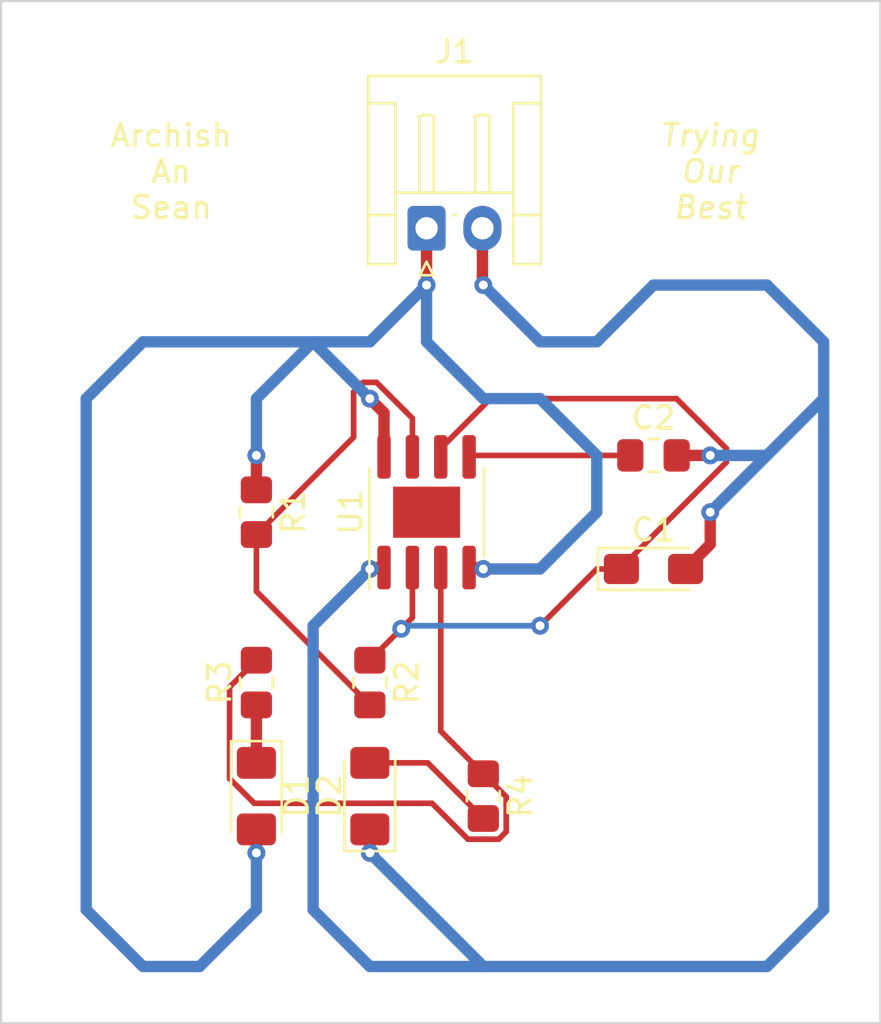
<source format=kicad_pcb>
(kicad_pcb (version 20211014) (generator pcbnew)
  (layers (0 "F.Cu" signal) (31 "B.Cu" signal) (34 "B.Paste" user) (35 "F.Paste" user) (36 "B.SilkS" user "B.Silkscreen") (37 "F.SilkS" user "F.Silkscreen") (38 "B.Mask" user) (39 "F.Mask" user) (44 "Edge.Cuts" user))
  (net 0 "")
  (net 1 "/pin_2")
  (net 2 "GND")
  (net 3 "Net-(C2-Pad1)")
  (net 4 "Net-(D1-Pad1)")
  (net 5 "+9V")
  (net 6 "Net-(D2-Pad2)")
  (net 7 "/pin_7")
  (net 8 "/pin_3")
  (footprint "Resistor_SMD:R_0805_2012Metric_Pad1.20x1.40mm_HandSolder" (layer "F.Cu") (at 78.74 106.68 -90)
    (fp_text reference "R4" (at 0 -1.65 90) (layer "F.SilkS"))
    (fp_text value "1k")
    (fp_line (start -0.227064 -0.735) (end 0.227064 -0.735) (layer "F.SilkS") (width 0.12))
    (fp_line (start -0.227064 0.735) (end 0.227064 0.735) (layer "F.SilkS") (width 0.12))
    (pad "1" smd roundrect (at -1 0 270) (size 1.2 1.4) (layers "F.Cu" "F.Paste" "F.Mask") (roundrect_rratio 0.2083333333) (net 8 "/pin_3"))
    (pad "2" smd roundrect (at 1 0 270) (size 1.2 1.4) (layers "F.Cu" "F.Paste" "F.Mask") (roundrect_rratio 0.2083333333) (net 6 "Net-(D2-Pad2)"))
  )
  (footprint "Resistor_SMD:R_0805_2012Metric_Pad1.20x1.40mm_HandSolder" (layer "F.Cu") (at 68.58 93.98 -90)
    (fp_text reference "R1" (at 0 -1.65 90) (layer "F.SilkS"))
    (fp_text value "1k")
    (fp_line (start -0.227064 -0.735) (end 0.227064 -0.735) (layer "F.SilkS") (width 0.12))
    (fp_line (start -0.227064 0.735) (end 0.227064 0.735) (layer "F.SilkS") (width 0.12))
    (pad "1" smd roundrect (at -1 0 270) (size 1.2 1.4) (layers "F.Cu" "F.Paste" "F.Mask") (roundrect_rratio 0.2083333333) (net 5 "+9V"))
    (pad "2" smd roundrect (at 1 0 270) (size 1.2 1.4) (layers "F.Cu" "F.Paste" "F.Mask") (roundrect_rratio 0.2083333333) (net 7 "/pin_7"))
  )
  (footprint "Connector_JST:JST_EH_S2B-EH_1x02_P2.50mm_Horizontal" (layer "F.Cu") (at 76.2 81.28)
    (fp_text reference "J1" (at 1.25 -7.9) (layer "F.SilkS"))
    (fp_text value "Conn_01x02_Male")
    (fp_line (start 1.17 -0.59) (end 1.33 -0.59) (layer "F.SilkS") (width 0.12))
    (fp_line (start 0 -5.09) (end 0.32 -5.01) (layer "F.SilkS") (width 0.12))
    (fp_line (start 0.3 2.1) (end 0 1.5) (layer "F.SilkS") (width 0.12))
    (fp_line (start -2.61 -6.81) (end 5.11 -6.81) (layer "F.SilkS") (width 0.12))
    (fp_line (start -2.61 -5.59) (end -1.39 -5.59) (layer "F.SilkS") (width 0.12))
    (fp_line (start -0.32 -1.59) (end -0.32 -5.01) (layer "F.SilkS") (width 0.12))
    (fp_line (start -1.39 -0.59) (end -1.39 1.61) (layer "F.SilkS") (width 0.12))
    (fp_line (start 5.11 -6.81) (end 5.11 1.61) (layer "F.SilkS") (width 0.12))
    (fp_line (start 2.82 -5.01) (end 2.82 -1.59) (layer "F.SilkS") (width 0.12))
    (fp_line (start -1.39 -5.59) (end -1.39 -0.59) (layer "F.SilkS") (width 0.12))
    (fp_line (start -2.61 1.61) (end -2.61 -6.81) (layer "F.SilkS") (width 0.12))
    (fp_line (start 5.11 -5.59) (end 3.89 -5.59) (layer "F.SilkS") (width 0.12))
    (fp_line (start 2.18 -1.59) (end 2.18 -5.01) (layer "F.SilkS") (width 0.12))
    (fp_line (start 2.82 -1.59) (end 2.5 -1.59) (layer "F.SilkS") (width 0.12))
    (fp_line (start 0 1.5) (end -0.3 2.1) (layer "F.SilkS") (width 0.12))
    (fp_line (start 0.32 -1.59) (end 0 -1.59) (layer "F.SilkS") (width 0.12))
    (fp_line (start -0.32 -5.01) (end 0 -5.09) (layer "F.SilkS") (width 0.12))
    (fp_line (start 0 -1.59) (end -0.32 -1.59) (layer "F.SilkS") (width 0.12))
    (fp_line (start 3.89 -0.59) (end 5.11 -0.59) (layer "F.SilkS") (width 0.12))
    (fp_line (start -1.39 -0.59) (end -2.61 -0.59) (layer "F.SilkS") (width 0.12))
    (fp_line (start -0.3 2.1) (end 0.3 2.1) (layer "F.SilkS") (width 0.12))
    (fp_line (start -1.39 1.61) (end -2.61 1.61) (layer "F.SilkS") (width 0.12))
    (fp_line (start 5.11 1.61) (end 3.89 1.61) (layer "F.SilkS") (width 0.12))
    (fp_line (start 2.5 -5.09) (end 2.82 -5.01) (layer "F.SilkS") (width 0.12))
    (fp_line (start 3.89 -5.59) (end 3.89 -0.59) (layer "F.SilkS") (width 0.12))
    (fp_line (start 2.5 -1.59) (end 2.18 -1.59) (layer "F.SilkS") (width 0.12))
    (fp_line (start -1.39 -1.59) (end 3.89 -1.59) (layer "F.SilkS") (width 0.12))
    (fp_line (start 0.32 -5.01) (end 0.32 -1.59) (layer "F.SilkS") (width 0.12))
    (fp_line (start 2.18 -5.01) (end 2.5 -5.09) (layer "F.SilkS") (width 0.12))
    (fp_line (start 3.89 1.61) (end 3.89 -0.59) (layer "F.SilkS") (width 0.12))
    (pad "1" thru_hole roundrect (at 0 0) (size 1.7 2) (drill 1) (layers *.Cu *.Mask) (roundrect_rratio 0.1470588235) (net 5 "+9V"))
    (pad "2" thru_hole oval (at 2.5 0) (size 1.7 2) (drill 1) (layers *.Cu *.Mask) (net 2 "GND"))
  )
  (footprint "Capacitor_SMD:C_0805_2012Metric_Pad1.18x1.45mm_HandSolder" (layer "F.Cu") (at 86.36 91.44)
    (fp_text reference "C2" (at 0 -1.68) (layer "F.SilkS"))
    (fp_text value "0.01µF")
    (fp_line (start -0.261252 0.735) (end 0.261252 0.735) (layer "F.SilkS") (width 0.12))
    (fp_line (start -0.261252 -0.735) (end 0.261252 -0.735) (layer "F.SilkS") (width 0.12))
    (pad "1" smd roundrect (at -1.0375 0) (size 1.175 1.45) (layers "F.Cu" "F.Paste" "F.Mask") (roundrect_rratio 0.2127659574) (net 3 "Net-(C2-Pad1)"))
    (pad "2" smd roundrect (at 1.0375 0) (size 1.175 1.45) (layers "F.Cu" "F.Paste" "F.Mask") (roundrect_rratio 0.2127659574) (net 2 "GND"))
  )
  (footprint "LED_SMD:LED_1206_3216Metric_Pad1.42x1.75mm_HandSolder" (layer "F.Cu") (at 73.66 106.68 90)
    (fp_text reference "D2" (at 0 -1.82 90) (layer "F.SilkS"))
    (fp_text value "LED")
    (fp_line (start -2.46 -1.135) (end -2.46 1.135) (layer "F.SilkS") (width 0.12))
    (fp_line (start 1.6 -1.135) (end -2.46 -1.135) (layer "F.SilkS") (width 0.12))
    (fp_line (start -2.46 1.135) (end 1.6 1.135) (layer "F.SilkS") (width 0.12))
    (pad "1" smd roundrect (at -1.4875 0 90) (size 1.425 1.75) (layers "F.Cu" "F.Paste" "F.Mask") (roundrect_rratio 0.1754392982) (net 2 "GND"))
    (pad "2" smd roundrect (at 1.4875 0 90) (size 1.425 1.75) (layers "F.Cu" "F.Paste" "F.Mask") (roundrect_rratio 0.1754392982) (net 6 "Net-(D2-Pad2)"))
  )
  (footprint "Package_SO:SOIC-8-1EP_3.9x4.9mm_P1.27mm_EP2.29x3mm" (layer "F.Cu") (at 76.2 93.98 90)
    (fp_text reference "U1" (at 0 -3.4 90) (layer "F.SilkS"))
    (fp_text value "NE555D")
    (fp_line (start 0 2.56) (end -1.95 2.56) (layer "F.SilkS") (width 0.12))
    (fp_line (start 0 -2.56) (end 1.95 -2.56) (layer "F.SilkS") (width 0.12))
    (fp_line (start 0 -2.56) (end -3.45 -2.56) (layer "F.SilkS") (width 0.12))
    (fp_line (start 0 2.56) (end 1.95 2.56) (layer "F.SilkS") (width 0.12))
    (pad "1" smd roundrect (at -2.475 -1.905 90) (size 1.95 0.6) (layers "F.Cu" "F.Paste" "F.Mask") (net 2 "GND"))
    (pad "2" smd roundrect (at -2.475 -0.635 90) (size 1.95 0.6) (layers "F.Cu" "F.Paste" "F.Mask") (net 1 "/pin_2"))
    (pad "3" smd roundrect (at -2.475 0.635 90) (size 1.95 0.6) (layers "F.Cu" "F.Paste" "F.Mask") (net 8 "/pin_3"))
    (pad "4" smd roundrect (at -2.475 1.905 90) (size 1.95 0.6) (layers "F.Cu" "F.Paste" "F.Mask") (net 5 "+9V"))
    (pad "5" smd roundrect (at 2.475 1.905 90) (size 1.95 0.6) (layers "F.Cu" "F.Paste" "F.Mask") (net 3 "Net-(C2-Pad1)"))
    (pad "6" smd roundrect (at 2.475 0.635 90) (size 1.95 0.6) (layers "F.Cu" "F.Paste" "F.Mask") (net 1 "/pin_2"))
    (pad "7" smd roundrect (at 2.475 -0.635 90) (size 1.95 0.6) (layers "F.Cu" "F.Paste" "F.Mask") (net 7 "/pin_7"))
    (pad "8" smd roundrect (at 2.475 -1.905 90) (size 1.95 0.6) (layers "F.Cu" "F.Paste" "F.Mask") (net 5 "+9V"))
    (pad "9" smd rect (at 0 0 90) (size 2.29 3) (layers "F.Cu" "F.Mask"))
  )
  (footprint "LED_SMD:LED_1206_3216Metric_Pad1.42x1.75mm_HandSolder" (layer "F.Cu") (at 68.58 106.68 -90)
    (fp_text reference "D1" (at 0 -1.82 90) (layer "F.SilkS"))
    (fp_text value "LED")
    (fp_line (start 1.6 -1.135) (end -2.46 -1.135) (layer "F.SilkS") (width 0.12))
    (fp_line (start -2.46 -1.135) (end -2.46 1.135) (layer "F.SilkS") (width 0.12))
    (fp_line (start -2.46 1.135) (end 1.6 1.135) (layer "F.SilkS") (width 0.12))
    (pad "1" smd roundrect (at -1.4875 0 270) (size 1.425 1.75) (layers "F.Cu" "F.Paste" "F.Mask") (roundrect_rratio 0.1754392982) (net 4 "Net-(D1-Pad1)"))
    (pad "2" smd roundrect (at 1.4875 0 270) (size 1.425 1.75) (layers "F.Cu" "F.Paste" "F.Mask") (roundrect_rratio 0.1754392982) (net 5 "+9V"))
  )
  (footprint "Resistor_SMD:R_0805_2012Metric_Pad1.20x1.40mm_HandSolder" (layer "F.Cu") (at 68.58 101.6 90)
    (fp_text reference "R3" (at 0 -1.65 90) (layer "F.SilkS"))
    (fp_text value "1k")
    (fp_line (start -0.227064 0.735) (end 0.227064 0.735) (layer "F.SilkS") (width 0.12))
    (fp_line (start -0.227064 -0.735) (end 0.227064 -0.735) (layer "F.SilkS") (width 0.12))
    (pad "1" smd roundrect (at -1 0 90) (size 1.2 1.4) (layers "F.Cu" "F.Paste" "F.Mask") (roundrect_rratio 0.2083333333) (net 4 "Net-(D1-Pad1)"))
    (pad "2" smd roundrect (at 1 0 90) (size 1.2 1.4) (layers "F.Cu" "F.Paste" "F.Mask") (roundrect_rratio 0.2083333333) (net 8 "/pin_3"))
  )
  (footprint "Resistor_SMD:R_0805_2012Metric_Pad1.20x1.40mm_HandSolder" (layer "F.Cu") (at 73.66 101.6 -90)
    (fp_text reference "R2" (at 0 -1.65 90) (layer "F.SilkS"))
    (fp_text value "10k")
    (fp_line (start -0.227064 -0.735) (end 0.227064 -0.735) (layer "F.SilkS") (width 0.12))
    (fp_line (start -0.227064 0.735) (end 0.227064 0.735) (layer "F.SilkS") (width 0.12))
    (pad "1" smd roundrect (at -1 0 270) (size 1.2 1.4) (layers "F.Cu" "F.Paste" "F.Mask") (roundrect_rratio 0.2083333333) (net 1 "/pin_2"))
    (pad "2" smd roundrect (at 1 0 270) (size 1.2 1.4) (layers "F.Cu" "F.Paste" "F.Mask") (roundrect_rratio 0.2083333333) (net 7 "/pin_7"))
  )
  (footprint "Capacitor_Tantalum_SMD:CP_EIA-3216-18_Kemet-A_Pad1.58x1.35mm_HandSolder" (layer "F.Cu") (at 86.36 96.52)
    (fp_text reference "C1" (at 0 -1.75) (layer "F.SilkS"))
    (fp_text value "10µF")
    (fp_line (start -2.485 0.935) (end 1.6 0.935) (layer "F.SilkS") (width 0.12))
    (fp_line (start -2.485 -0.935) (end -2.485 0.935) (layer "F.SilkS") (width 0.12))
    (fp_line (start 1.6 -0.935) (end -2.485 -0.935) (layer "F.SilkS") (width 0.12))
    (pad "1" smd roundrect (at -1.4375 0) (size 1.575 1.35) (layers "F.Cu" "F.Paste" "F.Mask") (roundrect_rratio 0.1851851852) (net 1 "/pin_2"))
    (pad "2" smd roundrect (at 1.4375 0) (size 1.575 1.35) (layers "F.Cu" "F.Paste" "F.Mask") (roundrect_rratio 0.1851851852) (net 2 "GND"))
  )
  (gr_rect (start 96.52 116.84) (end 57.15 71.12) (layer "Edge.Cuts") (width 0.1) (fill none))
  (gr_text "Archish\nAn\nSean" (at 64.77 78.74) (layer "F.SilkS") (effects (font (size 1 1))))
  (gr_text "Trying\nOur\nBest" (at 88.9 78.74) (layer "F.SilkS") (effects (font (size 1 1) (thickness 0.15) italic)))
  (segment (start 84.9225 96.52) (end 83.82 96.52) (width 0.254) (layer "F.Cu") (net 1))
  (segment (start 89.626511 91.139068) (end 89.626511 91.740932) (width 0.254) (layer "F.Cu") (net 1))
  (segment (start 84.9225 96.444943) (end 84.9225 96.52) (width 0.254) (layer "F.Cu") (net 1))
  (segment (start 73.66 100.6) (end 75.065 99.195) (width 0.254) (layer "F.Cu") (net 1))
  (segment (start 76.835 91.126099) (end 79.061099 88.9) (width 0.254) (layer "F.Cu") (net 1))
  (segment (start 87.387443 88.9) (end 89.626511 91.139068) (width 0.254) (layer "F.Cu") (net 1))
  (segment (start 75.565 98.695) (end 75.565 96.455) (width 0.254) (layer "F.Cu") (net 1))
  (segment (start 89.626511 91.740932) (end 84.9225 96.444943) (width 0.254) (layer "F.Cu") (net 1))
  (segment (start 79.061099 88.9) (end 87.387443 88.9) (width 0.254) (layer "F.Cu") (net 1))
  (segment (start 75.065 99.195) (end 75.565 98.695) (width 0.254) (layer "F.Cu") (net 1))
  (segment (start 83.82 96.52) (end 81.28 99.06) (width 0.254) (layer "F.Cu") (net 1))
  (segment (start 76.835 91.505) (end 76.835 91.126099) (width 0.254) (layer "F.Cu") (net 1))
  (via (at 75.065 99.195) (size 0.8) (drill 0.4) (layers "F.Cu" "B.Cu") (net 1))
  (via (at 81.28 99.06) (size 0.8) (drill 0.4) (layers "F.Cu" "B.Cu") (net 1))
  (segment (start 75.2 99.06) (end 75.065 99.195) (width 0.254) (layer "B.Cu") (net 1))
  (segment (start 81.28 99.06) (end 75.2 99.06) (width 0.254) (layer "B.Cu") (net 1))
  (segment (start 73.725 96.455) (end 73.66 96.52) (width 0.508) (layer "F.Cu") (net 2))
  (segment (start 78.7 83.78) (end 78.74 83.82) (width 0.508) (layer "F.Cu") (net 2))
  (segment (start 87.3975 91.44) (end 88.9 91.44) (width 0.508) (layer "F.Cu") (net 2))
  (segment (start 78.7 81.28) (end 78.7 83.78) (width 0.508) (layer "F.Cu") (net 2))
  (segment (start 88.9 95.4175) (end 87.7975 96.52) (width 0.508) (layer "F.Cu") (net 2))
  (segment (start 73.66 108.1675) (end 73.66 109.22) (width 0.508) (layer "F.Cu") (net 2))
  (segment (start 88.9 93.98) (end 88.9 95.4175) (width 0.508) (layer "F.Cu") (net 2))
  (segment (start 74.295 96.455) (end 73.725 96.455) (width 0.508) (layer "F.Cu") (net 2))
  (via (at 78.74 83.82) (size 0.8) (drill 0.4) (layers "F.Cu" "B.Cu") (net 2))
  (via (at 88.9 91.44) (size 0.8) (drill 0.4) (layers "F.Cu" "B.Cu") (net 2))
  (via (at 73.66 109.22) (size 0.8) (drill 0.4) (layers "F.Cu" "B.Cu") (net 2))
  (via (at 73.66 96.52) (size 0.8) (drill 0.4) (layers "F.Cu" "B.Cu") (net 2))
  (via (at 88.9 93.98) (size 0.8) (drill 0.4) (layers "F.Cu" "B.Cu") (net 2))
  (segment (start 88.9 91.44) (end 91.44 91.44) (width 0.508) (layer "B.Cu") (net 2))
  (segment (start 93.98 111.76) (end 93.98 88.9) (width 0.508) (layer "B.Cu") (net 2))
  (segment (start 73.66 109.22) (end 78.74 114.3) (width 0.508) (layer "B.Cu") (net 2))
  (segment (start 71.12 111.76) (end 73.66 114.3) (width 0.508) (layer "B.Cu") (net 2))
  (segment (start 88.9 93.98) (end 91.44 91.44) (width 0.508) (layer "B.Cu") (net 2))
  (segment (start 73.66 96.52) (end 71.12 99.06) (width 0.508) (layer "B.Cu") (net 2))
  (segment (start 93.98 88.9) (end 93.98 86.36) (width 0.508) (layer "B.Cu") (net 2))
  (segment (start 71.12 99.06) (end 71.12 111.76) (width 0.508) (layer "B.Cu") (net 2))
  (segment (start 86.36 83.82) (end 83.82 86.36) (width 0.508) (layer "B.Cu") (net 2))
  (segment (start 91.44 91.44) (end 93.98 88.9) (width 0.508) (layer "B.Cu") (net 2))
  (segment (start 93.98 86.36) (end 91.44 83.82) (width 0.508) (layer "B.Cu") (net 2))
  (segment (start 81.28 86.36) (end 78.74 83.82) (width 0.508) (layer "B.Cu") (net 2))
  (segment (start 73.66 114.3) (end 91.44 114.3) (width 0.508) (layer "B.Cu") (net 2))
  (segment (start 83.82 86.36) (end 81.28 86.36) (width 0.508) (layer "B.Cu") (net 2))
  (segment (start 91.44 114.3) (end 93.98 111.76) (width 0.508) (layer "B.Cu") (net 2))
  (segment (start 91.44 83.82) (end 86.36 83.82) (width 0.508) (layer "B.Cu") (net 2))
  (segment (start 78.17 91.44) (end 78.105 91.505) (width 0.254) (layer "F.Cu") (net 3))
  (segment (start 85.3225 91.44) (end 78.17 91.44) (width 0.254) (layer "F.Cu") (net 3))
  (segment (start 68.58 102.6) (end 68.58 105.1925) (width 0.508) (layer "F.Cu") (net 4))
  (segment (start 78.105 96.455) (end 78.675 96.455) (width 0.508) (layer "F.Cu") (net 5))
  (segment (start 76.2 81.28) (end 76.2 83.82) (width 0.508) (layer "F.Cu") (net 5))
  (segment (start 78.675 96.455) (end 78.74 96.52) (width 0.508) (layer "F.Cu") (net 5))
  (segment (start 74.295 89.535) (end 73.66 88.9) (width 0.508) (layer "F.Cu") (net 5))
  (segment (start 68.58 92.98) (end 68.58 91.44) (width 0.508) (layer "F.Cu") (net 5))
  (segment (start 68.58 108.1675) (end 68.58 109.22) (width 0.508) (layer "F.Cu") (net 5))
  (segment (start 74.295 91.505) (end 74.295 89.535) (width 0.508) (layer "F.Cu") (net 5))
  (via (at 68.58 91.44) (size 0.8) (drill 0.4) (layers "F.Cu" "B.Cu") (net 5))
  (via (at 73.66 88.9) (size 0.8) (drill 0.4) (layers "F.Cu" "B.Cu") (net 5))
  (via (at 76.2 83.82) (size 0.8) (drill 0.4) (layers "F.Cu" "B.Cu") (net 5))
  (via (at 78.74 96.52) (size 0.8) (drill 0.4) (layers "F.Cu" "B.Cu") (net 5))
  (via (at 68.58 109.22) (size 0.8) (drill 0.4) (layers "F.Cu" "B.Cu") (net 5))
  (segment (start 76.2 86.36) (end 76.2 83.82) (width 0.508) (layer "B.Cu") (net 5))
  (segment (start 81.28 88.9) (end 78.74 88.9) (width 0.508) (layer "B.Cu") (net 5))
  (segment (start 63.5 114.3) (end 60.96 111.76) (width 0.508) (layer "B.Cu") (net 5))
  (segment (start 78.74 96.52) (end 81.28 96.52) (width 0.508) (layer "B.Cu") (net 5))
  (segment (start 83.82 93.98) (end 83.82 91.44) (width 0.508) (layer "B.Cu") (net 5))
  (segment (start 63.5 86.36) (end 73.66 86.36) (width 0.508) (layer "B.Cu") (net 5))
  (segment (start 60.96 88.9) (end 63.5 86.36) (width 0.508) (layer "B.Cu") (net 5))
  (segment (start 68.58 111.76) (end 66.04 114.3) (width 0.508) (layer "B.Cu") (net 5))
  (segment (start 68.58 91.44) (end 68.58 88.9) (width 0.508) (layer "B.Cu") (net 5))
  (segment (start 78.74 88.9) (end 76.2 86.36) (width 0.508) (layer "B.Cu") (net 5))
  (segment (start 68.58 88.9) (end 71.12 86.36) (width 0.508) (layer "B.Cu") (net 5))
  (segment (start 81.28 96.52) (end 83.82 93.98) (width 0.508) (layer "B.Cu") (net 5))
  (segment (start 66.04 114.3) (end 63.5 114.3) (width 0.508) (layer "B.Cu") (net 5))
  (segment (start 68.58 109.22) (end 68.58 111.76) (width 0.508) (layer "B.Cu") (net 5))
  (segment (start 83.82 91.44) (end 81.28 88.9) (width 0.508) (layer "B.Cu") (net 5))
  (segment (start 73.66 88.9) (end 71.12 86.36) (width 0.508) (layer "B.Cu") (net 5))
  (segment (start 73.66 86.36) (end 76.2 83.82) (width 0.508) (layer "B.Cu") (net 5))
  (segment (start 60.96 111.76) (end 60.96 88.9) (width 0.508) (layer "B.Cu") (net 5))
  (segment (start 73.66 105.1925) (end 76.2525 105.1925) (width 0.254) (layer "F.Cu") (net 6))
  (segment (start 76.2525 105.1925) (end 78.74 107.68) (width 0.254) (layer "F.Cu") (net 6))
  (segment (start 72.933489 90.626511) (end 72.933489 88.599068) (width 0.254) (layer "F.Cu") (net 7))
  (segment (start 72.933489 88.599068) (end 73.359068 88.173489) (width 0.254) (layer "F.Cu") (net 7))
  (segment (start 73.66 102.6) (end 68.58 97.52) (width 0.254) (layer "F.Cu") (net 7))
  (segment (start 68.58 94.98) (end 72.933489 90.626511) (width 0.254) (layer "F.Cu") (net 7))
  (segment (start 75.565 89.777557) (end 75.565 91.505) (width 0.254) (layer "F.Cu") (net 7))
  (segment (start 73.359068 88.173489) (end 73.960932 88.173489) (width 0.254) (layer "F.Cu") (net 7))
  (segment (start 68.58 97.52) (end 68.58 94.98) (width 0.254) (layer "F.Cu") (net 7))
  (segment (start 73.960932 88.173489) (end 75.565 89.777557) (width 0.254) (layer "F.Cu") (net 7))
  (segment (start 68.485366 107.000687) (end 76.445365 107.000687) (width 0.254) (layer "F.Cu") (net 8))
  (segment (start 78.74 105.68) (end 76.835 103.775) (width 0.254) (layer "F.Cu") (net 8))
  (segment (start 76.445365 107.000687) (end 78.051198 108.60652) (width 0.254) (layer "F.Cu") (net 8))
  (segment (start 79.76652 106.70652) (end 78.74 105.68) (width 0.254) (layer "F.Cu") (net 8))
  (segment (start 79.428802 108.60652) (end 79.76652 108.268802) (width 0.254) (layer "F.Cu") (net 8))
  (segment (start 78.051198 108.60652) (end 79.428802 108.60652) (width 0.254) (layer "F.Cu") (net 8))
  (segment (start 67.37848 105.893801) (end 68.485366 107.000687) (width 0.254) (layer "F.Cu") (net 8))
  (segment (start 79.76652 108.268802) (end 79.76652 106.70652) (width 0.254) (layer "F.Cu") (net 8))
  (segment (start 67.37848 101.80152) (end 67.37848 105.893801) (width 0.254) (layer "F.Cu") (net 8))
  (segment (start 76.835 103.775) (end 76.835 96.455) (width 0.254) (layer "F.Cu") (net 8))
  (segment (start 68.58 100.6) (end 67.37848 101.80152) (width 0.254) (layer "F.Cu") (net 8))
)
</source>
